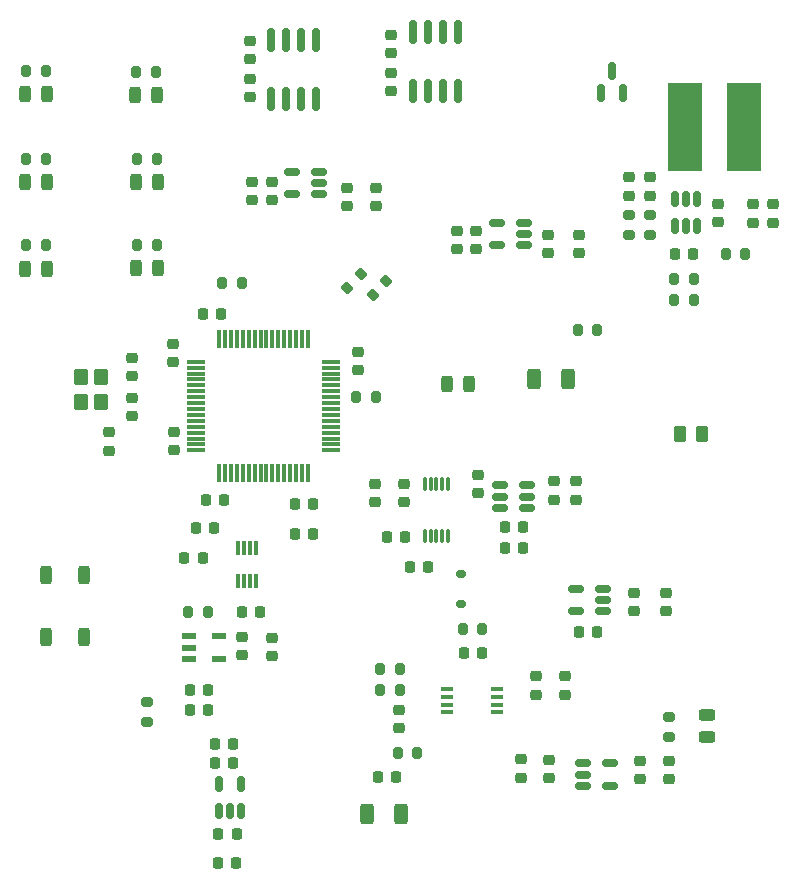
<source format=gbr>
%TF.GenerationSoftware,KiCad,Pcbnew,9.0.5-9.0.5~ubuntu24.04.1*%
%TF.CreationDate,2025-11-18T18:30:51-05:00*%
%TF.ProjectId,teslaCoilSensor,7465736c-6143-46f6-996c-53656e736f72,rev?*%
%TF.SameCoordinates,Original*%
%TF.FileFunction,Paste,Top*%
%TF.FilePolarity,Positive*%
%FSLAX46Y46*%
G04 Gerber Fmt 4.6, Leading zero omitted, Abs format (unit mm)*
G04 Created by KiCad (PCBNEW 9.0.5-9.0.5~ubuntu24.04.1) date 2025-11-18 18:30:51*
%MOMM*%
%LPD*%
G01*
G04 APERTURE LIST*
G04 Aperture macros list*
%AMRoundRect*
0 Rectangle with rounded corners*
0 $1 Rounding radius*
0 $2 $3 $4 $5 $6 $7 $8 $9 X,Y pos of 4 corners*
0 Add a 4 corners polygon primitive as box body*
4,1,4,$2,$3,$4,$5,$6,$7,$8,$9,$2,$3,0*
0 Add four circle primitives for the rounded corners*
1,1,$1+$1,$2,$3*
1,1,$1+$1,$4,$5*
1,1,$1+$1,$6,$7*
1,1,$1+$1,$8,$9*
0 Add four rect primitives between the rounded corners*
20,1,$1+$1,$2,$3,$4,$5,0*
20,1,$1+$1,$4,$5,$6,$7,0*
20,1,$1+$1,$6,$7,$8,$9,0*
20,1,$1+$1,$8,$9,$2,$3,0*%
G04 Aperture macros list end*
%ADD10RoundRect,0.200000X-0.275000X0.200000X-0.275000X-0.200000X0.275000X-0.200000X0.275000X0.200000X0*%
%ADD11RoundRect,0.150000X0.150000X-0.512500X0.150000X0.512500X-0.150000X0.512500X-0.150000X-0.512500X0*%
%ADD12RoundRect,0.200000X0.275000X-0.200000X0.275000X0.200000X-0.275000X0.200000X-0.275000X-0.200000X0*%
%ADD13RoundRect,0.225000X0.250000X-0.225000X0.250000X0.225000X-0.250000X0.225000X-0.250000X-0.225000X0*%
%ADD14RoundRect,0.250000X0.350000X-0.450000X0.350000X0.450000X-0.350000X0.450000X-0.350000X-0.450000X0*%
%ADD15RoundRect,0.200000X-0.200000X-0.275000X0.200000X-0.275000X0.200000X0.275000X-0.200000X0.275000X0*%
%ADD16RoundRect,0.200000X0.200000X0.275000X-0.200000X0.275000X-0.200000X-0.275000X0.200000X-0.275000X0*%
%ADD17RoundRect,0.150000X0.512500X0.150000X-0.512500X0.150000X-0.512500X-0.150000X0.512500X-0.150000X0*%
%ADD18RoundRect,0.225000X-0.250000X0.225000X-0.250000X-0.225000X0.250000X-0.225000X0.250000X0.225000X0*%
%ADD19RoundRect,0.075000X-0.700000X-0.075000X0.700000X-0.075000X0.700000X0.075000X-0.700000X0.075000X0*%
%ADD20RoundRect,0.075000X-0.075000X-0.700000X0.075000X-0.700000X0.075000X0.700000X-0.075000X0.700000X0*%
%ADD21RoundRect,0.225000X-0.225000X-0.250000X0.225000X-0.250000X0.225000X0.250000X-0.225000X0.250000X0*%
%ADD22RoundRect,0.225000X0.225000X0.250000X-0.225000X0.250000X-0.225000X-0.250000X0.225000X-0.250000X0*%
%ADD23RoundRect,0.243750X-0.243750X-0.456250X0.243750X-0.456250X0.243750X0.456250X-0.243750X0.456250X0*%
%ADD24RoundRect,0.087500X-0.087500X0.537500X-0.087500X-0.537500X0.087500X-0.537500X0.087500X0.537500X0*%
%ADD25RoundRect,0.243750X0.243750X0.456250X-0.243750X0.456250X-0.243750X-0.456250X0.243750X-0.456250X0*%
%ADD26R,3.000000X7.500000*%
%ADD27RoundRect,0.150000X-0.150000X0.825000X-0.150000X-0.825000X0.150000X-0.825000X0.150000X0.825000X0*%
%ADD28RoundRect,0.250000X0.262500X0.450000X-0.262500X0.450000X-0.262500X-0.450000X0.262500X-0.450000X0*%
%ADD29RoundRect,0.200000X0.053033X-0.335876X0.335876X-0.053033X-0.053033X0.335876X-0.335876X0.053033X0*%
%ADD30R,1.270000X0.558800*%
%ADD31RoundRect,0.150000X-0.250000X0.150000X-0.250000X-0.150000X0.250000X-0.150000X0.250000X0.150000X0*%
%ADD32RoundRect,0.250000X-0.312500X-0.625000X0.312500X-0.625000X0.312500X0.625000X-0.312500X0.625000X0*%
%ADD33RoundRect,0.150000X-0.512500X-0.150000X0.512500X-0.150000X0.512500X0.150000X-0.512500X0.150000X0*%
%ADD34RoundRect,0.250000X0.250000X-0.525000X0.250000X0.525000X-0.250000X0.525000X-0.250000X-0.525000X0*%
%ADD35RoundRect,0.060000X-0.415000X-0.140000X0.415000X-0.140000X0.415000X0.140000X-0.415000X0.140000X0*%
%ADD36RoundRect,0.150000X-0.150000X0.512500X-0.150000X-0.512500X0.150000X-0.512500X0.150000X0.512500X0*%
%ADD37O,0.299999X1.350000*%
%ADD38RoundRect,0.150000X0.150000X-0.587500X0.150000X0.587500X-0.150000X0.587500X-0.150000X-0.587500X0*%
%ADD39RoundRect,0.243750X0.456250X-0.243750X0.456250X0.243750X-0.456250X0.243750X-0.456250X-0.243750X0*%
G04 APERTURE END LIST*
D10*
%TO.C,R25*%
X135435300Y-113678200D03*
X135435300Y-115328200D03*
%TD*%
D11*
%TO.C,U8*%
X141523900Y-122899600D03*
X142473900Y-122899600D03*
X143423900Y-122899600D03*
X143423900Y-120624600D03*
X141523900Y-120624600D03*
%TD*%
D12*
%TO.C,R9*%
X179650000Y-116575000D03*
X179650000Y-114925000D03*
%TD*%
D13*
%TO.C,C16*%
X134188000Y-89470200D03*
X134188000Y-87920200D03*
%TD*%
D14*
%TO.C,Y1*%
X131538000Y-88295200D03*
X131538000Y-86095200D03*
X129838000Y-86095200D03*
X129838000Y-88295200D03*
%TD*%
D13*
%TO.C,C3*%
X183750000Y-73025000D03*
X183750000Y-71475000D03*
%TD*%
D15*
%TO.C,R6*%
X134530517Y-60286411D03*
X136180517Y-60286411D03*
%TD*%
D16*
%TO.C,R11*%
X156831800Y-112598200D03*
X155181800Y-112598200D03*
%TD*%
%TO.C,R16*%
X136245741Y-74974586D03*
X134595741Y-74974586D03*
%TD*%
D17*
%TO.C,U4*%
X167563800Y-97205800D03*
X167563800Y-96255800D03*
X167563800Y-95305800D03*
X165288800Y-95305800D03*
X165288800Y-96255800D03*
X165288800Y-97205800D03*
%TD*%
D18*
%TO.C,C31*%
X171754800Y-94972800D03*
X171754800Y-96522800D03*
%TD*%
%TO.C,C26*%
X179662500Y-118625000D03*
X179662500Y-120175000D03*
%TD*%
D17*
%TO.C,U11*%
X150007000Y-70683400D03*
X150007000Y-69733400D03*
X150007000Y-68783400D03*
X147732000Y-68783400D03*
X147732000Y-70683400D03*
%TD*%
D19*
%TO.C,U1*%
X139613000Y-84845200D03*
X139613000Y-85345200D03*
X139613000Y-85845200D03*
X139613000Y-86345200D03*
X139613000Y-86845200D03*
X139613000Y-87345200D03*
X139613000Y-87845200D03*
X139613000Y-88345200D03*
X139613000Y-88845200D03*
X139613000Y-89345200D03*
X139613000Y-89845200D03*
X139613000Y-90345200D03*
X139613000Y-90845200D03*
X139613000Y-91345200D03*
X139613000Y-91845200D03*
X139613000Y-92345200D03*
D20*
X141538000Y-94270200D03*
X142038000Y-94270200D03*
X142538000Y-94270200D03*
X143038000Y-94270200D03*
X143538000Y-94270200D03*
X144038000Y-94270200D03*
X144538000Y-94270200D03*
X145038000Y-94270200D03*
X145538000Y-94270200D03*
X146038000Y-94270200D03*
X146538000Y-94270200D03*
X147038000Y-94270200D03*
X147538000Y-94270200D03*
X148038000Y-94270200D03*
X148538000Y-94270200D03*
X149038000Y-94270200D03*
D19*
X150963000Y-92345200D03*
X150963000Y-91845200D03*
X150963000Y-91345200D03*
X150963000Y-90845200D03*
X150963000Y-90345200D03*
X150963000Y-89845200D03*
X150963000Y-89345200D03*
X150963000Y-88845200D03*
X150963000Y-88345200D03*
X150963000Y-87845200D03*
X150963000Y-87345200D03*
X150963000Y-86845200D03*
X150963000Y-86345200D03*
X150963000Y-85845200D03*
X150963000Y-85345200D03*
X150963000Y-84845200D03*
D20*
X149038000Y-82920200D03*
X148538000Y-82920200D03*
X148038000Y-82920200D03*
X147538000Y-82920200D03*
X147038000Y-82920200D03*
X146538000Y-82920200D03*
X146038000Y-82920200D03*
X145538000Y-82920200D03*
X145038000Y-82920200D03*
X144538000Y-82920200D03*
X144038000Y-82920200D03*
X143538000Y-82920200D03*
X143038000Y-82920200D03*
X142538000Y-82920200D03*
X142038000Y-82920200D03*
X141538000Y-82920200D03*
%TD*%
D21*
%TO.C,C32*%
X165734400Y-100650000D03*
X167284400Y-100650000D03*
%TD*%
D18*
%TO.C,C37*%
X156091700Y-60399400D03*
X156091700Y-61949400D03*
%TD*%
D21*
%TO.C,C29*%
X141175700Y-117170200D03*
X142725700Y-117170200D03*
%TD*%
D13*
%TO.C,C45*%
X145973900Y-71168800D03*
X145973900Y-69618800D03*
%TD*%
D22*
%TO.C,C13*%
X149475000Y-96850000D03*
X147925000Y-96850000D03*
%TD*%
D23*
%TO.C,D1*%
X125117010Y-62176328D03*
X126992010Y-62176328D03*
%TD*%
D16*
%TO.C,R18*%
X136245741Y-67650946D03*
X134595741Y-67650946D03*
%TD*%
D24*
%TO.C,U14*%
X144617500Y-100600000D03*
X144117500Y-100600000D03*
X143617500Y-100600000D03*
X143117500Y-100600000D03*
X143117500Y-103400000D03*
X143617500Y-103400000D03*
X144117500Y-103400000D03*
X144617500Y-103400000D03*
%TD*%
D21*
%TO.C,C28*%
X141475000Y-124850000D03*
X143025000Y-124850000D03*
%TD*%
D18*
%TO.C,C53*%
X143459200Y-108127800D03*
X143459200Y-109677800D03*
%TD*%
D13*
%TO.C,C7*%
X137588000Y-84870200D03*
X137588000Y-83320200D03*
%TD*%
%TO.C,C1*%
X176250000Y-70775000D03*
X176250000Y-69225000D03*
%TD*%
%TO.C,C9*%
X137718800Y-92342000D03*
X137718800Y-90792000D03*
%TD*%
D25*
%TO.C,D8*%
X136347200Y-69656960D03*
X134472200Y-69656960D03*
%TD*%
D13*
%TO.C,C39*%
X169337500Y-75650000D03*
X169337500Y-74100000D03*
%TD*%
%TO.C,C23*%
X168350000Y-113025000D03*
X168350000Y-111475000D03*
%TD*%
D22*
%TO.C,C6*%
X181675000Y-75750000D03*
X180125000Y-75750000D03*
%TD*%
D26*
%TO.C,L1*%
X181000000Y-65000000D03*
X186000000Y-65000000D03*
%TD*%
D13*
%TO.C,C62*%
X170800000Y-113025000D03*
X170800000Y-111475000D03*
%TD*%
%TO.C,C59*%
X179390976Y-105972857D03*
X179390976Y-104422857D03*
%TD*%
D25*
%TO.C,D9*%
X162727502Y-86720000D03*
X160852500Y-86720000D03*
%TD*%
D15*
%TO.C,R10*%
X156675000Y-118000000D03*
X158325000Y-118000000D03*
%TD*%
D13*
%TO.C,C2*%
X178000000Y-70775000D03*
X178000000Y-69225000D03*
%TD*%
%TO.C,C42*%
X152340000Y-71700000D03*
X152340000Y-70150000D03*
%TD*%
D22*
%TO.C,C33*%
X157305000Y-99680000D03*
X155755000Y-99680000D03*
%TD*%
D10*
%TO.C,R1*%
X178000000Y-72425000D03*
X178000000Y-74075000D03*
%TD*%
D27*
%TO.C,U6*%
X161781300Y-56935600D03*
X160511300Y-56935600D03*
X159241300Y-56935600D03*
X157971300Y-56935600D03*
X157971300Y-61885600D03*
X159241300Y-61885600D03*
X160511300Y-61885600D03*
X161781300Y-61885600D03*
%TD*%
D28*
%TO.C,R21*%
X182412500Y-90950000D03*
X180587500Y-90950000D03*
%TD*%
D27*
%TO.C,U7*%
X149733000Y-57610200D03*
X148463000Y-57610200D03*
X147193000Y-57610200D03*
X145923000Y-57610200D03*
X145923000Y-62560200D03*
X147193000Y-62560200D03*
X148463000Y-62560200D03*
X149733000Y-62560200D03*
%TD*%
D25*
%TO.C,D7*%
X136347200Y-76911200D03*
X134472200Y-76911200D03*
%TD*%
D18*
%TO.C,C30*%
X169926000Y-94972800D03*
X169926000Y-96522800D03*
%TD*%
%TO.C,C47*%
X157226000Y-95173200D03*
X157226000Y-96723200D03*
%TD*%
D15*
%TO.C,R20*%
X171895000Y-82118200D03*
X173545000Y-82118200D03*
%TD*%
D21*
%TO.C,C19*%
X165696600Y-98795800D03*
X167246600Y-98795800D03*
%TD*%
D23*
%TO.C,D5*%
X125077010Y-76961598D03*
X126952010Y-76961598D03*
%TD*%
D18*
%TO.C,C46*%
X144119600Y-60885000D03*
X144119600Y-62435000D03*
%TD*%
D13*
%TO.C,C38*%
X171987500Y-75650000D03*
X171987500Y-74100000D03*
%TD*%
%TO.C,C36*%
X156091700Y-58698200D03*
X156091700Y-57148200D03*
%TD*%
D18*
%TO.C,C48*%
X154750000Y-95175000D03*
X154750000Y-96725000D03*
%TD*%
D10*
%TO.C,R2*%
X176250000Y-72425000D03*
X176250000Y-74075000D03*
%TD*%
D15*
%TO.C,R5*%
X180050000Y-79600000D03*
X181700000Y-79600000D03*
%TD*%
D29*
%TO.C,R26*%
X154533274Y-79216726D03*
X155700000Y-78050000D03*
%TD*%
D21*
%TO.C,C8*%
X140144200Y-80795200D03*
X141694200Y-80795200D03*
%TD*%
D18*
%TO.C,C50*%
X177162500Y-118625000D03*
X177162500Y-120175000D03*
%TD*%
D22*
%TO.C,C56*%
X140579100Y-112674400D03*
X139029100Y-112674400D03*
%TD*%
D21*
%TO.C,C21*%
X141400000Y-127300000D03*
X142950000Y-127300000D03*
%TD*%
%TO.C,C51*%
X143475000Y-106050000D03*
X145025000Y-106050000D03*
%TD*%
D30*
%TO.C,U15*%
X138963400Y-108102400D03*
X138963400Y-109042200D03*
X138963400Y-109982000D03*
X141554200Y-109982000D03*
X141554200Y-108102400D03*
%TD*%
D16*
%TO.C,R19*%
X154813000Y-87795200D03*
X153163000Y-87795200D03*
%TD*%
D13*
%TO.C,C40*%
X163314800Y-75294600D03*
X163314800Y-73744600D03*
%TD*%
D22*
%TO.C,C34*%
X159255000Y-102250000D03*
X157705000Y-102250000D03*
%TD*%
D16*
%TO.C,R12*%
X156831800Y-110871000D03*
X155181800Y-110871000D03*
%TD*%
D31*
%TO.C,D10*%
X162000000Y-102848794D03*
X162000000Y-105347931D03*
%TD*%
D23*
%TO.C,D4*%
X134434860Y-62255400D03*
X136309860Y-62255400D03*
%TD*%
%TO.C,D3*%
X125117010Y-69659663D03*
X126992010Y-69659663D03*
%TD*%
D17*
%TO.C,U13*%
X174031250Y-105975000D03*
X174031250Y-105025000D03*
X174031250Y-104075000D03*
X171756250Y-104075000D03*
X171756250Y-105975000D03*
%TD*%
D18*
%TO.C,C18*%
X156794200Y-114299400D03*
X156794200Y-115849400D03*
%TD*%
D21*
%TO.C,C22*%
X141175700Y-118795800D03*
X142725700Y-118795800D03*
%TD*%
D13*
%TO.C,C14*%
X132181600Y-92367400D03*
X132181600Y-90817400D03*
%TD*%
D16*
%TO.C,R17*%
X143446000Y-78206600D03*
X141796000Y-78206600D03*
%TD*%
D21*
%TO.C,C49*%
X162225000Y-109500000D03*
X163775000Y-109500000D03*
%TD*%
D18*
%TO.C,C54*%
X146050000Y-108250000D03*
X146050000Y-109800000D03*
%TD*%
D15*
%TO.C,R23*%
X125212667Y-67648244D03*
X126862667Y-67648244D03*
%TD*%
D16*
%TO.C,R4*%
X181725000Y-77850000D03*
X180075000Y-77850000D03*
%TD*%
D13*
%TO.C,C41*%
X161714800Y-75294600D03*
X161714800Y-73744600D03*
%TD*%
D15*
%TO.C,R7*%
X125200551Y-60222300D03*
X126850551Y-60222300D03*
%TD*%
D32*
%TO.C,R13*%
X168164350Y-86315025D03*
X171089350Y-86315025D03*
%TD*%
D29*
%TO.C,R27*%
X152366637Y-78583363D03*
X153533363Y-77416637D03*
%TD*%
D33*
%TO.C,U9*%
X172362500Y-118850000D03*
X172362500Y-119800000D03*
X172362500Y-120750000D03*
X174637500Y-120750000D03*
X174637500Y-118850000D03*
%TD*%
D15*
%TO.C,R22*%
X162175000Y-107500000D03*
X163825000Y-107500000D03*
%TD*%
%TO.C,R14*%
X125212667Y-74924189D03*
X126862667Y-74924189D03*
%TD*%
D34*
%TO.C,SW2*%
X126900000Y-108150000D03*
X126900000Y-102900000D03*
X130100000Y-108150000D03*
X130100000Y-102900000D03*
%TD*%
D13*
%TO.C,C44*%
X144348300Y-71168800D03*
X144348300Y-69618800D03*
%TD*%
D16*
%TO.C,R3*%
X186075000Y-75750000D03*
X184425000Y-75750000D03*
%TD*%
D15*
%TO.C,R15*%
X138924264Y-106045679D03*
X140574264Y-106045679D03*
%TD*%
D18*
%TO.C,C5*%
X186700000Y-71525000D03*
X186700000Y-73075000D03*
%TD*%
D22*
%TO.C,C10*%
X141948200Y-96520000D03*
X140398200Y-96520000D03*
%TD*%
D21*
%TO.C,C61*%
X172018750Y-107725000D03*
X173568750Y-107725000D03*
%TD*%
D13*
%TO.C,C43*%
X154850000Y-71700000D03*
X154850000Y-70150000D03*
%TD*%
%TO.C,C60*%
X176650000Y-105975000D03*
X176650000Y-104425000D03*
%TD*%
D18*
%TO.C,C25*%
X167062500Y-118500000D03*
X167062500Y-120050000D03*
%TD*%
D22*
%TO.C,C35*%
X140132400Y-101447600D03*
X138582400Y-101447600D03*
%TD*%
D18*
%TO.C,C4*%
X188450000Y-71525000D03*
X188450000Y-73075000D03*
%TD*%
D22*
%TO.C,C55*%
X140579100Y-114300000D03*
X139029100Y-114300000D03*
%TD*%
D35*
%TO.C,U3*%
X160863721Y-112594576D03*
X160863721Y-113238678D03*
X160863721Y-113893287D03*
X160863721Y-114541218D03*
X165062869Y-114541218D03*
X165062790Y-113893287D03*
X165062790Y-113238678D03*
X165062790Y-112594576D03*
%TD*%
D36*
%TO.C,U2*%
X181999800Y-71091200D03*
X181049800Y-71091200D03*
X180099800Y-71091200D03*
X180099800Y-73366200D03*
X181049800Y-73366200D03*
X181999800Y-73366200D03*
%TD*%
D22*
%TO.C,C57*%
X141135400Y-98933000D03*
X139585400Y-98933000D03*
%TD*%
D37*
%TO.C,U5*%
X158934398Y-99618800D03*
X159434397Y-99618800D03*
X159934399Y-99618800D03*
X160434398Y-99618800D03*
X160934400Y-99618800D03*
X160934400Y-95168799D03*
X160434398Y-95168799D03*
X159934399Y-95168799D03*
X159434397Y-95168799D03*
X158934398Y-95168799D03*
%TD*%
D18*
%TO.C,C15*%
X134188000Y-84520200D03*
X134188000Y-86070200D03*
%TD*%
D13*
%TO.C,C27*%
X144119600Y-59234600D03*
X144119600Y-57684600D03*
%TD*%
D38*
%TO.C,Q1*%
X173850000Y-62075000D03*
X175750000Y-62075000D03*
X174800000Y-60200000D03*
%TD*%
D18*
%TO.C,C24*%
X169462500Y-118525000D03*
X169462500Y-120075000D03*
%TD*%
%TO.C,C11*%
X153288000Y-84020200D03*
X153288000Y-85570200D03*
%TD*%
D22*
%TO.C,C12*%
X149475000Y-99450000D03*
X147925000Y-99450000D03*
%TD*%
D17*
%TO.C,U10*%
X167352300Y-74969600D03*
X167352300Y-74019600D03*
X167352300Y-73069600D03*
X165077300Y-73069600D03*
X165077300Y-74969600D03*
%TD*%
D13*
%TO.C,C20*%
X163409200Y-95989400D03*
X163409200Y-94439400D03*
%TD*%
D21*
%TO.C,C17*%
X155000000Y-120000000D03*
X156550000Y-120000000D03*
%TD*%
D39*
%TO.C,D6*%
X182850000Y-116612500D03*
X182850000Y-114737500D03*
%TD*%
D32*
%TO.C,R8*%
X154010900Y-123113800D03*
X156935900Y-123113800D03*
%TD*%
M02*

</source>
